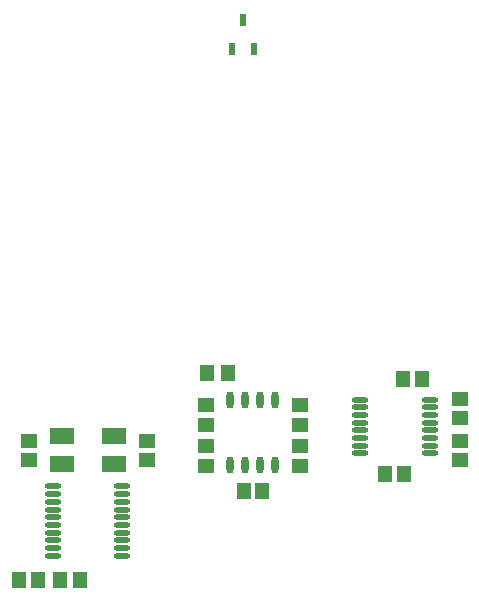
<source format=gtp>
G04 Layer_Color=8421504*
%FSLAX44Y44*%
%MOMM*%
G71*
G01*
G75*
%ADD10R,0.6000X1.0000*%
%ADD11O,1.4000X0.4500*%
%ADD12O,0.6000X1.4500*%
%ADD13R,1.4500X1.3000*%
%ADD14R,1.3000X1.4500*%
%ADD15R,1.4000X1.1500*%
%ADD16R,1.1500X1.4000*%
%ADD17R,2.0000X1.4000*%
D10*
X772000Y495000D02*
D03*
X791000D02*
D03*
X781500Y519000D02*
D03*
D11*
X620500Y124250D02*
D03*
Y117750D02*
D03*
Y111250D02*
D03*
Y104750D02*
D03*
Y98250D02*
D03*
Y91750D02*
D03*
Y85250D02*
D03*
Y78750D02*
D03*
Y72250D02*
D03*
Y65750D02*
D03*
X679500Y124250D02*
D03*
Y117750D02*
D03*
Y111250D02*
D03*
Y104750D02*
D03*
Y98250D02*
D03*
Y91750D02*
D03*
Y85250D02*
D03*
Y78750D02*
D03*
Y72250D02*
D03*
Y65750D02*
D03*
X880500Y197750D02*
D03*
Y191250D02*
D03*
Y184750D02*
D03*
Y178250D02*
D03*
Y171750D02*
D03*
Y165250D02*
D03*
Y158750D02*
D03*
Y152250D02*
D03*
X939500Y197750D02*
D03*
Y191250D02*
D03*
Y184750D02*
D03*
Y178250D02*
D03*
Y171750D02*
D03*
Y165250D02*
D03*
Y158750D02*
D03*
Y152250D02*
D03*
D12*
X770950Y142750D02*
D03*
X783650D02*
D03*
X796350D02*
D03*
X809050D02*
D03*
X770950Y197250D02*
D03*
X783650D02*
D03*
X796350D02*
D03*
X809050D02*
D03*
D13*
X965000Y147000D02*
D03*
Y163000D02*
D03*
Y182000D02*
D03*
Y198000D02*
D03*
X700000Y163000D02*
D03*
Y147000D02*
D03*
X600000Y147000D02*
D03*
Y163000D02*
D03*
D14*
X918000Y135000D02*
D03*
X902000D02*
D03*
X917000Y215000D02*
D03*
X933000D02*
D03*
X608000Y45000D02*
D03*
X592000D02*
D03*
X798000Y120000D02*
D03*
X782000D02*
D03*
D15*
X830000Y141500D02*
D03*
Y158500D02*
D03*
X750000Y141500D02*
D03*
Y158500D02*
D03*
X830000Y193500D02*
D03*
Y176500D02*
D03*
X750000Y193500D02*
D03*
Y176500D02*
D03*
D16*
X626500Y45000D02*
D03*
X643500D02*
D03*
X768500Y220000D02*
D03*
X751500D02*
D03*
D17*
X672000Y167000D02*
D03*
Y143000D02*
D03*
X628000D02*
D03*
Y167000D02*
D03*
M02*

</source>
